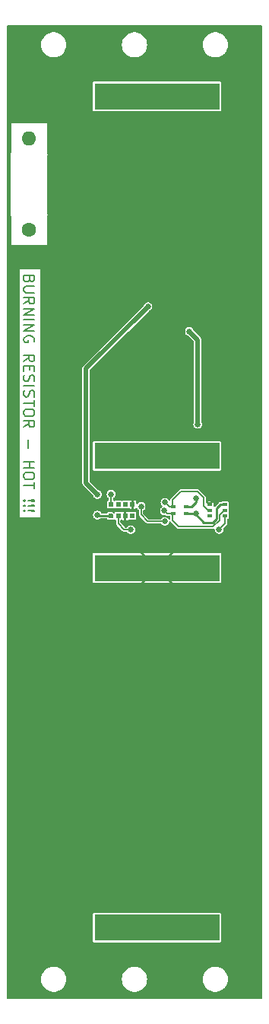
<source format=gbr>
%TF.GenerationSoftware,KiCad,Pcbnew,7.0.5*%
%TF.CreationDate,2023-06-06T16:58:07-04:00*%
%TF.ProjectId,SIDE,53494445-2e6b-4696-9361-645f70636258,rev?*%
%TF.SameCoordinates,Original*%
%TF.FileFunction,Copper,L1,Top*%
%TF.FilePolarity,Positive*%
%FSLAX46Y46*%
G04 Gerber Fmt 4.6, Leading zero omitted, Abs format (unit mm)*
G04 Created by KiCad (PCBNEW 7.0.5) date 2023-06-06 16:58:07*
%MOMM*%
%LPD*%
G01*
G04 APERTURE LIST*
G04 Aperture macros list*
%AMOutline5P*
0 Free polygon, 5 corners , with rotation*
0 The origin of the aperture is its center*
0 number of corners: always 5*
0 $1 to $10 corner X, Y*
0 $11 Rotation angle, in degrees counterclockwise*
0 create outline with 5 corners*
4,1,5,$1,$2,$3,$4,$5,$6,$7,$8,$9,$10,$1,$2,$11*%
%AMOutline6P*
0 Free polygon, 6 corners , with rotation*
0 The origin of the aperture is its center*
0 number of corners: always 6*
0 $1 to $12 corner X, Y*
0 $13 Rotation angle, in degrees counterclockwise*
0 create outline with 6 corners*
4,1,6,$1,$2,$3,$4,$5,$6,$7,$8,$9,$10,$11,$12,$1,$2,$13*%
%AMOutline7P*
0 Free polygon, 7 corners , with rotation*
0 The origin of the aperture is its center*
0 number of corners: always 7*
0 $1 to $14 corner X, Y*
0 $15 Rotation angle, in degrees counterclockwise*
0 create outline with 7 corners*
4,1,7,$1,$2,$3,$4,$5,$6,$7,$8,$9,$10,$11,$12,$13,$14,$1,$2,$15*%
%AMOutline8P*
0 Free polygon, 8 corners , with rotation*
0 The origin of the aperture is its center*
0 number of corners: always 8*
0 $1 to $16 corner X, Y*
0 $17 Rotation angle, in degrees counterclockwise*
0 create outline with 8 corners*
4,1,8,$1,$2,$3,$4,$5,$6,$7,$8,$9,$10,$11,$12,$13,$14,$15,$16,$1,$2,$17*%
G04 Aperture macros list end*
%ADD10C,0.200000*%
%TA.AperFunction,NonConductor*%
%ADD11C,0.200000*%
%TD*%
%TA.AperFunction,SMDPad,CuDef*%
%ADD12R,14.000000X3.000000*%
%TD*%
%TA.AperFunction,SMDPad,CuDef*%
%ADD13Outline5P,-0.287500X0.244000X0.287500X0.244000X0.287500X-0.067100X0.110600X-0.244000X-0.287500X-0.244000X90.000000*%
%TD*%
%TA.AperFunction,SMDPad,CuDef*%
%ADD14R,0.488000X0.575000*%
%TD*%
%TA.AperFunction,SMDPad,CuDef*%
%ADD15R,0.500000X0.300000*%
%TD*%
%TA.AperFunction,ComponentPad*%
%ADD16C,1.600000*%
%TD*%
%TA.AperFunction,ComponentPad*%
%ADD17O,1.600000X1.600000*%
%TD*%
%TA.AperFunction,SMDPad,CuDef*%
%ADD18R,0.550000X0.300000*%
%TD*%
%TA.AperFunction,ViaPad*%
%ADD19C,0.660400*%
%TD*%
%TA.AperFunction,Conductor*%
%ADD20C,0.254000*%
%TD*%
%TA.AperFunction,Conductor*%
%ADD21C,0.152400*%
%TD*%
%TA.AperFunction,Conductor*%
%ADD22C,0.508000*%
%TD*%
G04 APERTURE END LIST*
D10*
D11*
X140005828Y-69817292D02*
X139948685Y-69988720D01*
X139948685Y-69988720D02*
X139891542Y-70045863D01*
X139891542Y-70045863D02*
X139777257Y-70103006D01*
X139777257Y-70103006D02*
X139605828Y-70103006D01*
X139605828Y-70103006D02*
X139491542Y-70045863D01*
X139491542Y-70045863D02*
X139434400Y-69988720D01*
X139434400Y-69988720D02*
X139377257Y-69874435D01*
X139377257Y-69874435D02*
X139377257Y-69417292D01*
X139377257Y-69417292D02*
X140577257Y-69417292D01*
X140577257Y-69417292D02*
X140577257Y-69817292D01*
X140577257Y-69817292D02*
X140520114Y-69931578D01*
X140520114Y-69931578D02*
X140462971Y-69988720D01*
X140462971Y-69988720D02*
X140348685Y-70045863D01*
X140348685Y-70045863D02*
X140234400Y-70045863D01*
X140234400Y-70045863D02*
X140120114Y-69988720D01*
X140120114Y-69988720D02*
X140062971Y-69931578D01*
X140062971Y-69931578D02*
X140005828Y-69817292D01*
X140005828Y-69817292D02*
X140005828Y-69417292D01*
X140577257Y-70617292D02*
X139605828Y-70617292D01*
X139605828Y-70617292D02*
X139491542Y-70674435D01*
X139491542Y-70674435D02*
X139434400Y-70731578D01*
X139434400Y-70731578D02*
X139377257Y-70845863D01*
X139377257Y-70845863D02*
X139377257Y-71074435D01*
X139377257Y-71074435D02*
X139434400Y-71188720D01*
X139434400Y-71188720D02*
X139491542Y-71245863D01*
X139491542Y-71245863D02*
X139605828Y-71303006D01*
X139605828Y-71303006D02*
X140577257Y-71303006D01*
X139377257Y-72560149D02*
X139948685Y-72160149D01*
X139377257Y-71874435D02*
X140577257Y-71874435D01*
X140577257Y-71874435D02*
X140577257Y-72331578D01*
X140577257Y-72331578D02*
X140520114Y-72445863D01*
X140520114Y-72445863D02*
X140462971Y-72503006D01*
X140462971Y-72503006D02*
X140348685Y-72560149D01*
X140348685Y-72560149D02*
X140177257Y-72560149D01*
X140177257Y-72560149D02*
X140062971Y-72503006D01*
X140062971Y-72503006D02*
X140005828Y-72445863D01*
X140005828Y-72445863D02*
X139948685Y-72331578D01*
X139948685Y-72331578D02*
X139948685Y-71874435D01*
X139377257Y-73074435D02*
X140577257Y-73074435D01*
X140577257Y-73074435D02*
X139377257Y-73760149D01*
X139377257Y-73760149D02*
X140577257Y-73760149D01*
X139377257Y-74331578D02*
X140577257Y-74331578D01*
X139377257Y-74903007D02*
X140577257Y-74903007D01*
X140577257Y-74903007D02*
X139377257Y-75588721D01*
X139377257Y-75588721D02*
X140577257Y-75588721D01*
X140520114Y-76788721D02*
X140577257Y-76674436D01*
X140577257Y-76674436D02*
X140577257Y-76503007D01*
X140577257Y-76503007D02*
X140520114Y-76331578D01*
X140520114Y-76331578D02*
X140405828Y-76217293D01*
X140405828Y-76217293D02*
X140291542Y-76160150D01*
X140291542Y-76160150D02*
X140062971Y-76103007D01*
X140062971Y-76103007D02*
X139891542Y-76103007D01*
X139891542Y-76103007D02*
X139662971Y-76160150D01*
X139662971Y-76160150D02*
X139548685Y-76217293D01*
X139548685Y-76217293D02*
X139434400Y-76331578D01*
X139434400Y-76331578D02*
X139377257Y-76503007D01*
X139377257Y-76503007D02*
X139377257Y-76617293D01*
X139377257Y-76617293D02*
X139434400Y-76788721D01*
X139434400Y-76788721D02*
X139491542Y-76845864D01*
X139491542Y-76845864D02*
X139891542Y-76845864D01*
X139891542Y-76845864D02*
X139891542Y-76617293D01*
X139377257Y-78960150D02*
X139948685Y-78560150D01*
X139377257Y-78274436D02*
X140577257Y-78274436D01*
X140577257Y-78274436D02*
X140577257Y-78731579D01*
X140577257Y-78731579D02*
X140520114Y-78845864D01*
X140520114Y-78845864D02*
X140462971Y-78903007D01*
X140462971Y-78903007D02*
X140348685Y-78960150D01*
X140348685Y-78960150D02*
X140177257Y-78960150D01*
X140177257Y-78960150D02*
X140062971Y-78903007D01*
X140062971Y-78903007D02*
X140005828Y-78845864D01*
X140005828Y-78845864D02*
X139948685Y-78731579D01*
X139948685Y-78731579D02*
X139948685Y-78274436D01*
X140005828Y-79474436D02*
X140005828Y-79874436D01*
X139377257Y-80045864D02*
X139377257Y-79474436D01*
X139377257Y-79474436D02*
X140577257Y-79474436D01*
X140577257Y-79474436D02*
X140577257Y-80045864D01*
X139434400Y-80503007D02*
X139377257Y-80674436D01*
X139377257Y-80674436D02*
X139377257Y-80960150D01*
X139377257Y-80960150D02*
X139434400Y-81074436D01*
X139434400Y-81074436D02*
X139491542Y-81131578D01*
X139491542Y-81131578D02*
X139605828Y-81188721D01*
X139605828Y-81188721D02*
X139720114Y-81188721D01*
X139720114Y-81188721D02*
X139834400Y-81131578D01*
X139834400Y-81131578D02*
X139891542Y-81074436D01*
X139891542Y-81074436D02*
X139948685Y-80960150D01*
X139948685Y-80960150D02*
X140005828Y-80731578D01*
X140005828Y-80731578D02*
X140062971Y-80617293D01*
X140062971Y-80617293D02*
X140120114Y-80560150D01*
X140120114Y-80560150D02*
X140234400Y-80503007D01*
X140234400Y-80503007D02*
X140348685Y-80503007D01*
X140348685Y-80503007D02*
X140462971Y-80560150D01*
X140462971Y-80560150D02*
X140520114Y-80617293D01*
X140520114Y-80617293D02*
X140577257Y-80731578D01*
X140577257Y-80731578D02*
X140577257Y-81017293D01*
X140577257Y-81017293D02*
X140520114Y-81188721D01*
X139377257Y-81703007D02*
X140577257Y-81703007D01*
X139434400Y-82217293D02*
X139377257Y-82388722D01*
X139377257Y-82388722D02*
X139377257Y-82674436D01*
X139377257Y-82674436D02*
X139434400Y-82788722D01*
X139434400Y-82788722D02*
X139491542Y-82845864D01*
X139491542Y-82845864D02*
X139605828Y-82903007D01*
X139605828Y-82903007D02*
X139720114Y-82903007D01*
X139720114Y-82903007D02*
X139834400Y-82845864D01*
X139834400Y-82845864D02*
X139891542Y-82788722D01*
X139891542Y-82788722D02*
X139948685Y-82674436D01*
X139948685Y-82674436D02*
X140005828Y-82445864D01*
X140005828Y-82445864D02*
X140062971Y-82331579D01*
X140062971Y-82331579D02*
X140120114Y-82274436D01*
X140120114Y-82274436D02*
X140234400Y-82217293D01*
X140234400Y-82217293D02*
X140348685Y-82217293D01*
X140348685Y-82217293D02*
X140462971Y-82274436D01*
X140462971Y-82274436D02*
X140520114Y-82331579D01*
X140520114Y-82331579D02*
X140577257Y-82445864D01*
X140577257Y-82445864D02*
X140577257Y-82731579D01*
X140577257Y-82731579D02*
X140520114Y-82903007D01*
X140577257Y-83245864D02*
X140577257Y-83931579D01*
X139377257Y-83588721D02*
X140577257Y-83588721D01*
X140577257Y-84560150D02*
X140577257Y-84788722D01*
X140577257Y-84788722D02*
X140520114Y-84903007D01*
X140520114Y-84903007D02*
X140405828Y-85017293D01*
X140405828Y-85017293D02*
X140177257Y-85074436D01*
X140177257Y-85074436D02*
X139777257Y-85074436D01*
X139777257Y-85074436D02*
X139548685Y-85017293D01*
X139548685Y-85017293D02*
X139434400Y-84903007D01*
X139434400Y-84903007D02*
X139377257Y-84788722D01*
X139377257Y-84788722D02*
X139377257Y-84560150D01*
X139377257Y-84560150D02*
X139434400Y-84445865D01*
X139434400Y-84445865D02*
X139548685Y-84331579D01*
X139548685Y-84331579D02*
X139777257Y-84274436D01*
X139777257Y-84274436D02*
X140177257Y-84274436D01*
X140177257Y-84274436D02*
X140405828Y-84331579D01*
X140405828Y-84331579D02*
X140520114Y-84445865D01*
X140520114Y-84445865D02*
X140577257Y-84560150D01*
X139377257Y-86274436D02*
X139948685Y-85874436D01*
X139377257Y-85588722D02*
X140577257Y-85588722D01*
X140577257Y-85588722D02*
X140577257Y-86045865D01*
X140577257Y-86045865D02*
X140520114Y-86160150D01*
X140520114Y-86160150D02*
X140462971Y-86217293D01*
X140462971Y-86217293D02*
X140348685Y-86274436D01*
X140348685Y-86274436D02*
X140177257Y-86274436D01*
X140177257Y-86274436D02*
X140062971Y-86217293D01*
X140062971Y-86217293D02*
X140005828Y-86160150D01*
X140005828Y-86160150D02*
X139948685Y-86045865D01*
X139948685Y-86045865D02*
X139948685Y-85588722D01*
X139834400Y-87703008D02*
X139834400Y-88617294D01*
X139377257Y-90103008D02*
X140577257Y-90103008D01*
X140005828Y-90103008D02*
X140005828Y-90788722D01*
X139377257Y-90788722D02*
X140577257Y-90788722D01*
X140577257Y-91588722D02*
X140577257Y-91817294D01*
X140577257Y-91817294D02*
X140520114Y-91931579D01*
X140520114Y-91931579D02*
X140405828Y-92045865D01*
X140405828Y-92045865D02*
X140177257Y-92103008D01*
X140177257Y-92103008D02*
X139777257Y-92103008D01*
X139777257Y-92103008D02*
X139548685Y-92045865D01*
X139548685Y-92045865D02*
X139434400Y-91931579D01*
X139434400Y-91931579D02*
X139377257Y-91817294D01*
X139377257Y-91817294D02*
X139377257Y-91588722D01*
X139377257Y-91588722D02*
X139434400Y-91474437D01*
X139434400Y-91474437D02*
X139548685Y-91360151D01*
X139548685Y-91360151D02*
X139777257Y-91303008D01*
X139777257Y-91303008D02*
X140177257Y-91303008D01*
X140177257Y-91303008D02*
X140405828Y-91360151D01*
X140405828Y-91360151D02*
X140520114Y-91474437D01*
X140520114Y-91474437D02*
X140577257Y-91588722D01*
X140577257Y-92445865D02*
X140577257Y-93131580D01*
X139377257Y-92788722D02*
X140577257Y-92788722D01*
X139491542Y-94445866D02*
X139434400Y-94503009D01*
X139434400Y-94503009D02*
X139377257Y-94445866D01*
X139377257Y-94445866D02*
X139434400Y-94388723D01*
X139434400Y-94388723D02*
X139491542Y-94445866D01*
X139491542Y-94445866D02*
X139377257Y-94445866D01*
X139834400Y-94445866D02*
X140520114Y-94388723D01*
X140520114Y-94388723D02*
X140577257Y-94445866D01*
X140577257Y-94445866D02*
X140520114Y-94503009D01*
X140520114Y-94503009D02*
X139834400Y-94445866D01*
X139834400Y-94445866D02*
X140577257Y-94445866D01*
X139491542Y-95017295D02*
X139434400Y-95074438D01*
X139434400Y-95074438D02*
X139377257Y-95017295D01*
X139377257Y-95017295D02*
X139434400Y-94960152D01*
X139434400Y-94960152D02*
X139491542Y-95017295D01*
X139491542Y-95017295D02*
X139377257Y-95017295D01*
X139834400Y-95017295D02*
X140520114Y-94960152D01*
X140520114Y-94960152D02*
X140577257Y-95017295D01*
X140577257Y-95017295D02*
X140520114Y-95074438D01*
X140520114Y-95074438D02*
X139834400Y-95017295D01*
X139834400Y-95017295D02*
X140577257Y-95017295D01*
X139491542Y-95588724D02*
X139434400Y-95645867D01*
X139434400Y-95645867D02*
X139377257Y-95588724D01*
X139377257Y-95588724D02*
X139434400Y-95531581D01*
X139434400Y-95531581D02*
X139491542Y-95588724D01*
X139491542Y-95588724D02*
X139377257Y-95588724D01*
X139834400Y-95588724D02*
X140520114Y-95531581D01*
X140520114Y-95531581D02*
X140577257Y-95588724D01*
X140577257Y-95588724D02*
X140520114Y-95645867D01*
X140520114Y-95645867D02*
X139834400Y-95588724D01*
X139834400Y-95588724D02*
X140577257Y-95588724D01*
D12*
%TO.P,SC2,1,+*%
%TO.N,Net-(SC1--)*%
X154220000Y-141958022D03*
%TO.P,SC2,2,-*%
%TO.N,GND*%
X154220000Y-101958022D03*
%TD*%
D13*
%TO.P,U1,1,VDD*%
%TO.N,+1V8*%
X149102500Y-96161022D03*
D14*
%TO.P,U1,2,SCL*%
%TO.N,/SCL_1.8*%
X149902500Y-96161022D03*
%TO.P,U1,3,GND*%
%TO.N,GND*%
X150702500Y-96161022D03*
%TO.P,U1,4,LDR*%
%TO.N,unconnected-(U1-LDR-Pad4)*%
X151502500Y-96161022D03*
%TO.P,U1,5,PGND*%
%TO.N,GND*%
X151502500Y-94885022D03*
%TO.P,U1,6,GPIO*%
%TO.N,unconnected-(U1-GPIO-Pad6)*%
X150702500Y-94885022D03*
%TO.P,U1,7,INT*%
%TO.N,unconnected-(U1-INT-Pad7)*%
X149902500Y-94885022D03*
%TO.P,U1,8,SDA*%
%TO.N,/SDA_1.8*%
X149102500Y-94885022D03*
%TD*%
D12*
%TO.P,SC1,1,+*%
%TO.N,Net-(D1-A)*%
X154220000Y-49468022D03*
%TO.P,SC1,2,-*%
%TO.N,Net-(SC1--)*%
X154220000Y-89468022D03*
%TD*%
D15*
%TO.P,U3,1,SDA*%
%TO.N,/SDA*%
X156060000Y-95123022D03*
%TO.P,U3,2,SCL*%
%TO.N,/SCL*%
X156060000Y-95923022D03*
%TO.P,U3,3,VDD*%
%TO.N,+3V3*%
X157460000Y-95923022D03*
%TO.P,U3,4,VSS*%
%TO.N,GND*%
X157460000Y-95123022D03*
%TD*%
D16*
%TO.P,R6,1*%
%TO.N,/BR+*%
X139970000Y-64330000D03*
D17*
%TO.P,R6,2*%
%TO.N,/BR-*%
X139970000Y-54170000D03*
%TD*%
D18*
%TO.P,IC1,1,GND*%
%TO.N,GND*%
X160070000Y-94873022D03*
%TO.P,IC1,2,SDA*%
%TO.N,/SDA*%
X160070000Y-95523022D03*
%TO.P,IC1,3,INT*%
%TO.N,unconnected-(IC1-INT-Pad3)*%
X160070000Y-96173022D03*
%TO.P,IC1,4,ADDR*%
%TO.N,Net-(IC1-ADDR)*%
X161820000Y-96173022D03*
%TO.P,IC1,5,SCL*%
%TO.N,/SCL*%
X161820000Y-95523022D03*
%TO.P,IC1,6,VDD*%
%TO.N,+3V3*%
X161820000Y-94873022D03*
%TD*%
D19*
%TO.N,+3V3*%
X155100000Y-96758022D03*
X157840000Y-75628022D03*
X158580000Y-95920522D03*
X152460000Y-95098022D03*
X158760000Y-85948022D03*
%TO.N,GND*%
X159970000Y-124718022D03*
X144970000Y-74718022D03*
X164970000Y-64718022D03*
X155470000Y-91718022D03*
X164970000Y-89718022D03*
X156470000Y-82718022D03*
X164970000Y-74718022D03*
X164970000Y-99718022D03*
X159970000Y-109718022D03*
X164970000Y-139718022D03*
X155470000Y-83718022D03*
X159970000Y-119718022D03*
X155470000Y-85718022D03*
X164970000Y-104718022D03*
X164970000Y-84718022D03*
X154470000Y-86718022D03*
X154720000Y-59718022D03*
X164970000Y-79718022D03*
X164970000Y-69718022D03*
X154970000Y-114718022D03*
X159970000Y-54718022D03*
X164970000Y-59718022D03*
X157470000Y-81718022D03*
X164970000Y-94718022D03*
X154970000Y-129718022D03*
X144970000Y-79718022D03*
X153470000Y-86718022D03*
X159970000Y-84718022D03*
X149970000Y-119718022D03*
X164970000Y-54718022D03*
X159970000Y-79718022D03*
X154470000Y-84718022D03*
X164970000Y-124718022D03*
X164970000Y-129718022D03*
X155470000Y-84718022D03*
X159970000Y-134718022D03*
X149970000Y-114718022D03*
X164970000Y-114718022D03*
X159970000Y-59718022D03*
X158580000Y-94198022D03*
X156220000Y-65000000D03*
X159970000Y-74718022D03*
X154720000Y-54718022D03*
X154470000Y-85718022D03*
X159720000Y-69500000D03*
X154970000Y-124718022D03*
X149970000Y-109718022D03*
X152470000Y-86718022D03*
X153470000Y-85718022D03*
X159970000Y-114718022D03*
X156470000Y-83718022D03*
X154970000Y-119718022D03*
X154970000Y-109718022D03*
X164970000Y-109718022D03*
X164970000Y-134718022D03*
X164970000Y-119718022D03*
X149970000Y-124718022D03*
X157470000Y-82718022D03*
X155470000Y-86718022D03*
X149970000Y-104718022D03*
X154970000Y-104718022D03*
X144970000Y-84718022D03*
%TO.N,/SDA_1.8*%
X149100000Y-93740522D03*
%TO.N,/SCL_1.8*%
X151307500Y-97688022D03*
%TO.N,+1V8*%
X147587500Y-96048022D03*
X147587500Y-93758022D03*
X153220000Y-72858022D03*
%TO.N,/SDA*%
X155120000Y-94648022D03*
%TO.N,/SCL*%
X155050000Y-95578022D03*
%TO.N,Net-(D1-A)*%
X155220000Y-49968022D03*
X159220000Y-49968022D03*
X151220000Y-49968022D03*
X160220000Y-48968022D03*
X150220000Y-48968022D03*
X154220000Y-48968022D03*
X158220000Y-48968022D03*
X152220000Y-48968022D03*
X153220000Y-49968022D03*
X156220000Y-48968022D03*
X149220000Y-49968022D03*
X157220000Y-49968022D03*
X148220000Y-48968022D03*
%TO.N,Net-(SC1--)*%
X159220000Y-142468022D03*
X157220000Y-142468022D03*
X158220000Y-141468022D03*
X153220000Y-142468022D03*
X160720000Y-88468022D03*
X159720000Y-89468022D03*
X151220000Y-142468022D03*
X155220000Y-142468022D03*
X148220000Y-141468022D03*
X152220000Y-141468022D03*
X159720000Y-88468022D03*
X160720000Y-90468022D03*
X159720000Y-90468022D03*
X154220000Y-141468022D03*
X149220000Y-142468022D03*
X160720000Y-89468022D03*
X150220000Y-141468022D03*
X156220000Y-141468022D03*
X160220000Y-141468022D03*
%TO.N,Net-(IC1-ADDR)*%
X161150000Y-97688022D03*
%TD*%
D20*
%TO.N,+3V3*%
X159460000Y-96878022D02*
X160400000Y-96878022D01*
D21*
X152460000Y-95098022D02*
X152460000Y-96018022D01*
D20*
X160834400Y-95329622D02*
X161291000Y-94873022D01*
X160400000Y-96878022D02*
X160834400Y-96443622D01*
X161291000Y-94873022D02*
X161820000Y-94873022D01*
X158580000Y-95920522D02*
X158580000Y-95998022D01*
D21*
X153200000Y-96758022D02*
X152460000Y-96018022D01*
D20*
X158577500Y-95923022D02*
X158580000Y-95920522D01*
X160834400Y-96443622D02*
X160834400Y-95329622D01*
D21*
X155100000Y-96758022D02*
X153200000Y-96758022D01*
D22*
X158760000Y-76548022D02*
X158760000Y-85948022D01*
D20*
X158580000Y-95998022D02*
X159460000Y-96878022D01*
X157460000Y-95923022D02*
X158577500Y-95923022D01*
D22*
X157840000Y-75628022D02*
X158760000Y-76548022D01*
D20*
%TO.N,GND*%
X158580000Y-94620000D02*
X158580000Y-94198022D01*
X158076978Y-95123022D02*
X158580000Y-94620000D01*
X157460000Y-95123022D02*
X158076978Y-95123022D01*
D21*
%TO.N,/SDA_1.8*%
X149102500Y-94885022D02*
X149102500Y-93743022D01*
X149102500Y-93743022D02*
X149100000Y-93740522D01*
%TO.N,/SCL_1.8*%
X149902500Y-96161022D02*
X149902500Y-97020522D01*
X150570000Y-97688022D02*
X151307500Y-97688022D01*
X149902500Y-97020522D02*
X150570000Y-97688022D01*
D22*
%TO.N,+1V8*%
X146320000Y-92490522D02*
X146320000Y-79758022D01*
D20*
X147700500Y-96161022D02*
X147587500Y-96048022D01*
D22*
X147587500Y-93758022D02*
X146320000Y-92490522D01*
D20*
X149102500Y-96161022D02*
X147700500Y-96161022D01*
D22*
X146320000Y-79758022D02*
X153220000Y-72858022D01*
D21*
%TO.N,/SDA*%
X156880000Y-93438022D02*
X158740000Y-93438022D01*
X156060000Y-95123022D02*
X155595000Y-95123022D01*
X155933800Y-94384222D02*
X156880000Y-93438022D01*
X155933800Y-95004586D02*
X155933800Y-94384222D01*
X159915000Y-95523022D02*
X160070000Y-95523022D01*
X156060000Y-95123022D02*
X156052236Y-95123022D01*
X158740000Y-93438022D02*
X159410000Y-94108022D01*
X159410000Y-95018022D02*
X159915000Y-95523022D01*
X159410000Y-94108022D02*
X159410000Y-95018022D01*
X156052236Y-95123022D02*
X155933800Y-95004586D01*
X155595000Y-95123022D02*
X155120000Y-94648022D01*
%TO.N,/SCL*%
X161695000Y-95523022D02*
X161190000Y-96028022D01*
X160460000Y-97358022D02*
X156640000Y-97358022D01*
X156640000Y-97358022D02*
X155920000Y-96638022D01*
X155395000Y-95923022D02*
X155050000Y-95578022D01*
X155920000Y-96638022D02*
X155920000Y-96055258D01*
X161820000Y-95523022D02*
X161695000Y-95523022D01*
X156060000Y-95923022D02*
X155395000Y-95923022D01*
X161190000Y-96028022D02*
X161190000Y-96628022D01*
X155920000Y-96055258D02*
X156052236Y-95923022D01*
X161190000Y-96628022D02*
X160460000Y-97358022D01*
X156052236Y-95923022D02*
X156060000Y-95923022D01*
%TO.N,Net-(IC1-ADDR)*%
X161820000Y-97018022D02*
X161150000Y-97688022D01*
X161820000Y-96173022D02*
X161820000Y-97018022D01*
%TD*%
%TA.AperFunction,Conductor*%
%TO.N,GND*%
G36*
X165885569Y-41542401D02*
G01*
X165913461Y-41590711D01*
X165914700Y-41604872D01*
X165914700Y-149831172D01*
X165895621Y-149883591D01*
X165847311Y-149911483D01*
X165833150Y-149912722D01*
X137606850Y-149912722D01*
X137554431Y-149893643D01*
X137526539Y-149845333D01*
X137525300Y-149831172D01*
X137525300Y-147718028D01*
X141309884Y-147718028D01*
X141329115Y-147950116D01*
X141386287Y-148175882D01*
X141386289Y-148175888D01*
X141479840Y-148389163D01*
X141607224Y-148584139D01*
X141764949Y-148755473D01*
X141764954Y-148755478D01*
X141948740Y-148898524D01*
X141948742Y-148898525D01*
X141948746Y-148898528D01*
X142153559Y-149009367D01*
X142153563Y-149009369D01*
X142153570Y-149009371D01*
X142153569Y-149009371D01*
X142373833Y-149084988D01*
X142373835Y-149084988D01*
X142373837Y-149084989D01*
X142603554Y-149123322D01*
X142603559Y-149123322D01*
X142836441Y-149123322D01*
X142836446Y-149123322D01*
X143066163Y-149084989D01*
X143286437Y-149009369D01*
X143491260Y-148898524D01*
X143675046Y-148755478D01*
X143759475Y-148663763D01*
X143832775Y-148584139D01*
X143832776Y-148584137D01*
X143832780Y-148584133D01*
X143960160Y-148389163D01*
X144053712Y-148175886D01*
X144110884Y-147950119D01*
X144130116Y-147718028D01*
X150309884Y-147718028D01*
X150329115Y-147950116D01*
X150386287Y-148175882D01*
X150386289Y-148175888D01*
X150479840Y-148389163D01*
X150607224Y-148584139D01*
X150764949Y-148755473D01*
X150764954Y-148755478D01*
X150948740Y-148898524D01*
X150948742Y-148898525D01*
X150948746Y-148898528D01*
X151153559Y-149009367D01*
X151153563Y-149009369D01*
X151153570Y-149009371D01*
X151153569Y-149009371D01*
X151373833Y-149084988D01*
X151373835Y-149084988D01*
X151373837Y-149084989D01*
X151603554Y-149123322D01*
X151603559Y-149123322D01*
X151836441Y-149123322D01*
X151836446Y-149123322D01*
X152066163Y-149084989D01*
X152286437Y-149009369D01*
X152491260Y-148898524D01*
X152675046Y-148755478D01*
X152759475Y-148663763D01*
X152832775Y-148584139D01*
X152832776Y-148584137D01*
X152832780Y-148584133D01*
X152960160Y-148389163D01*
X153053712Y-148175886D01*
X153110884Y-147950119D01*
X153130116Y-147718028D01*
X159309884Y-147718028D01*
X159329115Y-147950116D01*
X159386287Y-148175882D01*
X159386289Y-148175888D01*
X159479840Y-148389163D01*
X159607224Y-148584139D01*
X159764949Y-148755473D01*
X159764954Y-148755478D01*
X159948740Y-148898524D01*
X159948742Y-148898525D01*
X159948746Y-148898528D01*
X160153559Y-149009367D01*
X160153563Y-149009369D01*
X160153570Y-149009371D01*
X160153569Y-149009371D01*
X160373833Y-149084988D01*
X160373835Y-149084988D01*
X160373837Y-149084989D01*
X160603554Y-149123322D01*
X160603559Y-149123322D01*
X160836441Y-149123322D01*
X160836446Y-149123322D01*
X161066163Y-149084989D01*
X161286437Y-149009369D01*
X161491260Y-148898524D01*
X161675046Y-148755478D01*
X161759475Y-148663763D01*
X161832775Y-148584139D01*
X161832776Y-148584137D01*
X161832780Y-148584133D01*
X161960160Y-148389163D01*
X162053712Y-148175886D01*
X162110884Y-147950119D01*
X162130116Y-147718022D01*
X162130116Y-147718015D01*
X162110884Y-147485927D01*
X162110884Y-147485925D01*
X162053712Y-147260158D01*
X161960160Y-147046881D01*
X161832780Y-146851911D01*
X161832778Y-146851909D01*
X161832775Y-146851904D01*
X161675050Y-146680570D01*
X161675047Y-146680567D01*
X161675046Y-146680566D01*
X161491260Y-146537520D01*
X161491258Y-146537518D01*
X161491253Y-146537515D01*
X161286440Y-146426676D01*
X161286430Y-146426672D01*
X161066166Y-146351055D01*
X160836448Y-146312722D01*
X160836446Y-146312722D01*
X160603554Y-146312722D01*
X160603551Y-146312722D01*
X160373833Y-146351055D01*
X160153569Y-146426672D01*
X160153559Y-146426676D01*
X159948746Y-146537515D01*
X159764952Y-146680567D01*
X159764949Y-146680570D01*
X159607224Y-146851904D01*
X159479840Y-147046880D01*
X159386289Y-147260155D01*
X159386287Y-147260161D01*
X159329115Y-147485927D01*
X159309884Y-147718015D01*
X159309884Y-147718028D01*
X153130116Y-147718028D01*
X153130116Y-147718022D01*
X153130116Y-147718015D01*
X153110884Y-147485927D01*
X153110884Y-147485925D01*
X153053712Y-147260158D01*
X152960160Y-147046881D01*
X152832780Y-146851911D01*
X152832778Y-146851909D01*
X152832775Y-146851904D01*
X152675050Y-146680570D01*
X152675047Y-146680567D01*
X152675046Y-146680566D01*
X152491260Y-146537520D01*
X152491258Y-146537518D01*
X152491253Y-146537515D01*
X152286440Y-146426676D01*
X152286430Y-146426672D01*
X152066166Y-146351055D01*
X151836448Y-146312722D01*
X151836446Y-146312722D01*
X151603554Y-146312722D01*
X151603551Y-146312722D01*
X151373833Y-146351055D01*
X151153569Y-146426672D01*
X151153559Y-146426676D01*
X150948746Y-146537515D01*
X150764952Y-146680567D01*
X150764949Y-146680570D01*
X150607224Y-146851904D01*
X150479840Y-147046880D01*
X150386289Y-147260155D01*
X150386287Y-147260161D01*
X150329115Y-147485927D01*
X150309884Y-147718015D01*
X150309884Y-147718028D01*
X144130116Y-147718028D01*
X144130116Y-147718022D01*
X144130116Y-147718015D01*
X144110884Y-147485927D01*
X144110884Y-147485925D01*
X144053712Y-147260158D01*
X143960160Y-147046881D01*
X143832780Y-146851911D01*
X143832778Y-146851909D01*
X143832775Y-146851904D01*
X143675050Y-146680570D01*
X143675047Y-146680567D01*
X143675046Y-146680566D01*
X143491260Y-146537520D01*
X143491258Y-146537518D01*
X143491253Y-146537515D01*
X143286440Y-146426676D01*
X143286430Y-146426672D01*
X143066166Y-146351055D01*
X142836448Y-146312722D01*
X142836446Y-146312722D01*
X142603554Y-146312722D01*
X142603551Y-146312722D01*
X142373833Y-146351055D01*
X142153569Y-146426672D01*
X142153559Y-146426676D01*
X141948746Y-146537515D01*
X141764952Y-146680567D01*
X141764949Y-146680570D01*
X141607224Y-146851904D01*
X141479840Y-147046880D01*
X141386289Y-147260155D01*
X141386287Y-147260161D01*
X141329115Y-147485927D01*
X141309884Y-147718015D01*
X141309884Y-147718028D01*
X137525300Y-147718028D01*
X137525300Y-143473074D01*
X147067100Y-143473074D01*
X147067101Y-143473084D01*
X147075971Y-143517677D01*
X147075972Y-143517680D01*
X147109766Y-143568256D01*
X147109769Y-143568258D01*
X147160340Y-143602049D01*
X147160342Y-143602050D01*
X147204943Y-143610922D01*
X161235056Y-143610921D01*
X161235060Y-143610920D01*
X161235062Y-143610920D01*
X161245975Y-143608749D01*
X161279658Y-143602050D01*
X161330234Y-143568256D01*
X161364028Y-143517680D01*
X161372900Y-143473079D01*
X161372899Y-140442966D01*
X161364028Y-140398364D01*
X161330234Y-140347788D01*
X161330230Y-140347785D01*
X161279659Y-140313994D01*
X161235058Y-140305122D01*
X147204947Y-140305122D01*
X147204937Y-140305123D01*
X147160344Y-140313993D01*
X147160338Y-140313996D01*
X147109769Y-140347785D01*
X147109763Y-140347791D01*
X147075972Y-140398362D01*
X147067100Y-140442962D01*
X147067100Y-143473074D01*
X137525300Y-143473074D01*
X137525300Y-103475528D01*
X147042200Y-103475528D01*
X147042201Y-103475533D01*
X147052516Y-103527396D01*
X147091813Y-103586206D01*
X147091817Y-103586210D01*
X147150625Y-103625505D01*
X147150627Y-103625506D01*
X147202487Y-103635821D01*
X152362593Y-103635821D01*
X152721806Y-103635821D01*
X155718193Y-103635821D01*
X154219999Y-102137627D01*
X152721806Y-103635821D01*
X152362593Y-103635821D01*
X154040393Y-101958021D01*
X154399605Y-101958021D01*
X156077405Y-103635821D01*
X161237506Y-103635821D01*
X161237511Y-103635820D01*
X161289374Y-103625505D01*
X161348184Y-103586208D01*
X161348188Y-103586204D01*
X161387483Y-103527396D01*
X161387484Y-103527394D01*
X161397799Y-103475537D01*
X161397799Y-100440515D01*
X161397798Y-100440510D01*
X161387483Y-100388647D01*
X161348186Y-100329837D01*
X161348182Y-100329833D01*
X161289374Y-100290538D01*
X161289372Y-100290537D01*
X161237515Y-100280222D01*
X156077405Y-100280222D01*
X154399605Y-101958021D01*
X154040393Y-101958021D01*
X152362594Y-100280222D01*
X152721806Y-100280222D01*
X154219999Y-101778415D01*
X155718193Y-100280222D01*
X152721806Y-100280222D01*
X152362594Y-100280222D01*
X147202493Y-100280222D01*
X147202488Y-100280223D01*
X147150625Y-100290538D01*
X147091815Y-100329835D01*
X147091811Y-100329839D01*
X147052516Y-100388647D01*
X147052515Y-100388649D01*
X147042200Y-100440506D01*
X147042200Y-103475528D01*
X137525300Y-103475528D01*
X137525300Y-68675671D01*
X138895671Y-68675671D01*
X138895671Y-96327190D01*
X138895672Y-96327190D01*
X141244328Y-96327190D01*
X141244329Y-96327190D01*
X141244329Y-96048022D01*
X147099432Y-96048022D01*
X147119201Y-96185525D01*
X147119203Y-96185530D01*
X147166630Y-96289379D01*
X147176911Y-96311891D01*
X147267883Y-96416879D01*
X147284421Y-96427507D01*
X147384743Y-96491981D01*
X147384745Y-96491982D01*
X147384746Y-96491982D01*
X147384749Y-96491984D01*
X147518041Y-96531122D01*
X147518042Y-96531122D01*
X147656958Y-96531122D01*
X147656959Y-96531122D01*
X147790251Y-96491984D01*
X147849561Y-96453867D01*
X147893650Y-96440922D01*
X148634168Y-96440922D01*
X148686587Y-96460001D01*
X148710850Y-96500988D01*
X148711400Y-96500761D01*
X148712994Y-96504610D01*
X148714150Y-96506563D01*
X148714472Y-96508180D01*
X148714473Y-96508181D01*
X148714474Y-96508183D01*
X148745737Y-96554972D01*
X148748266Y-96558756D01*
X148748269Y-96558758D01*
X148798840Y-96592549D01*
X148798842Y-96592550D01*
X148843443Y-96601422D01*
X149361556Y-96601421D01*
X149361560Y-96601420D01*
X149361562Y-96601420D01*
X149372475Y-96599249D01*
X149406158Y-96592550D01*
X149456734Y-96558756D01*
X149456735Y-96558753D01*
X149457191Y-96558449D01*
X149511376Y-96545190D01*
X149547806Y-96558449D01*
X149598840Y-96592549D01*
X149598842Y-96592550D01*
X149607235Y-96594219D01*
X149607760Y-96594324D01*
X149655450Y-96623263D01*
X149673400Y-96674307D01*
X149673400Y-97013468D01*
X149673344Y-97015602D01*
X149671165Y-97057157D01*
X149671166Y-97057162D01*
X149679854Y-97079795D01*
X149683488Y-97092062D01*
X149688531Y-97115787D01*
X149693113Y-97122094D01*
X149703270Y-97140799D01*
X149706067Y-97148084D01*
X149706068Y-97148086D01*
X149723219Y-97165238D01*
X149731524Y-97174961D01*
X149745778Y-97194580D01*
X149752526Y-97198476D01*
X149769418Y-97211436D01*
X150403012Y-97845031D01*
X150404482Y-97846580D01*
X150432330Y-97877508D01*
X150454483Y-97887371D01*
X150465718Y-97893471D01*
X150486064Y-97906684D01*
X150493762Y-97907903D01*
X150514177Y-97913949D01*
X150521303Y-97917122D01*
X150545553Y-97917122D01*
X150558308Y-97918125D01*
X150582259Y-97921919D01*
X150589792Y-97919900D01*
X150610897Y-97917122D01*
X150830037Y-97917122D01*
X150882456Y-97936201D01*
X150892692Y-97947829D01*
X150893092Y-97947483D01*
X150896910Y-97951889D01*
X150896911Y-97951891D01*
X150987883Y-98056879D01*
X150987885Y-98056880D01*
X151104743Y-98131981D01*
X151104745Y-98131982D01*
X151104746Y-98131982D01*
X151104749Y-98131984D01*
X151238041Y-98171122D01*
X151238042Y-98171122D01*
X151376958Y-98171122D01*
X151376959Y-98171122D01*
X151510251Y-98131984D01*
X151627117Y-98056879D01*
X151718089Y-97951891D01*
X151775798Y-97825527D01*
X151795568Y-97688022D01*
X151775798Y-97550517D01*
X151718089Y-97424153D01*
X151627117Y-97319165D01*
X151627114Y-97319163D01*
X151510256Y-97244062D01*
X151510254Y-97244061D01*
X151500245Y-97241122D01*
X151376959Y-97204922D01*
X151238041Y-97204922D01*
X151154433Y-97229471D01*
X151104745Y-97244061D01*
X151104743Y-97244062D01*
X150987885Y-97319163D01*
X150987883Y-97319164D01*
X150987883Y-97319165D01*
X150896911Y-97424153D01*
X150896910Y-97424154D01*
X150893092Y-97428561D01*
X150891321Y-97427027D01*
X150854263Y-97455240D01*
X150830037Y-97458922D01*
X150698676Y-97458922D01*
X150646257Y-97439843D01*
X150641011Y-97435036D01*
X150155485Y-96949509D01*
X150131910Y-96898952D01*
X150131600Y-96891845D01*
X150131600Y-96674306D01*
X150150679Y-96621887D01*
X150197240Y-96594323D01*
X150206158Y-96592550D01*
X150234784Y-96573422D01*
X150288967Y-96560164D01*
X150325397Y-96573423D01*
X150389124Y-96616005D01*
X150389127Y-96616006D01*
X150440987Y-96626321D01*
X150575500Y-96626321D01*
X150575500Y-95695723D01*
X150575499Y-95695722D01*
X150829500Y-95695722D01*
X150829500Y-96626320D01*
X150829501Y-96626321D01*
X150964006Y-96626321D01*
X150964011Y-96626320D01*
X151015875Y-96616005D01*
X151015877Y-96616004D01*
X151079601Y-96573424D01*
X151133785Y-96560164D01*
X151170216Y-96573422D01*
X151198842Y-96592550D01*
X151243443Y-96601422D01*
X151761556Y-96601421D01*
X151761560Y-96601420D01*
X151761562Y-96601420D01*
X151772475Y-96599249D01*
X151806158Y-96592550D01*
X151856734Y-96558756D01*
X151890528Y-96508180D01*
X151899400Y-96463579D01*
X151899399Y-95858466D01*
X151890528Y-95813864D01*
X151856734Y-95763288D01*
X151856730Y-95763285D01*
X151806159Y-95729494D01*
X151761558Y-95720622D01*
X151243447Y-95720622D01*
X151243437Y-95720623D01*
X151198844Y-95729493D01*
X151198836Y-95729497D01*
X151170214Y-95748621D01*
X151116029Y-95761879D01*
X151079602Y-95748620D01*
X151015875Y-95706038D01*
X151015872Y-95706037D01*
X150964015Y-95695722D01*
X150829500Y-95695722D01*
X150575499Y-95695722D01*
X150440993Y-95695722D01*
X150440988Y-95695723D01*
X150389124Y-95706038D01*
X150389123Y-95706038D01*
X150325397Y-95748620D01*
X150271212Y-95761879D01*
X150234783Y-95748620D01*
X150206159Y-95729494D01*
X150161558Y-95720622D01*
X149643447Y-95720622D01*
X149643437Y-95720623D01*
X149598844Y-95729493D01*
X149598838Y-95729496D01*
X149548269Y-95763285D01*
X149548263Y-95763291D01*
X149514472Y-95813861D01*
X149512996Y-95821284D01*
X149484055Y-95868973D01*
X149431232Y-95886903D01*
X149379242Y-95866683D01*
X149375349Y-95863037D01*
X149267070Y-95754759D01*
X149257882Y-95748620D01*
X149229258Y-95729494D01*
X149229253Y-95729493D01*
X149184658Y-95720622D01*
X148843447Y-95720622D01*
X148843437Y-95720623D01*
X148798844Y-95729493D01*
X148798838Y-95729496D01*
X148748269Y-95763285D01*
X148748263Y-95763291D01*
X148714472Y-95813862D01*
X148714150Y-95815483D01*
X148713050Y-95817295D01*
X148711399Y-95821282D01*
X148710785Y-95821027D01*
X148685210Y-95863172D01*
X148634167Y-95881122D01*
X148094782Y-95881122D01*
X148042363Y-95862043D01*
X148020602Y-95833449D01*
X148015046Y-95821284D01*
X147998089Y-95784153D01*
X147907117Y-95679165D01*
X147881634Y-95662788D01*
X147790256Y-95604062D01*
X147790254Y-95604061D01*
X147779036Y-95600767D01*
X147656959Y-95564922D01*
X147518041Y-95564922D01*
X147473423Y-95578023D01*
X147384745Y-95604061D01*
X147384743Y-95604062D01*
X147267885Y-95679163D01*
X147267883Y-95679164D01*
X147267883Y-95679165D01*
X147202382Y-95754758D01*
X147176911Y-95784153D01*
X147176909Y-95784156D01*
X147119203Y-95910513D01*
X147119201Y-95910518D01*
X147099432Y-96048022D01*
X141244329Y-96048022D01*
X141244329Y-92554968D01*
X145913100Y-92554968D01*
X145921134Y-92579695D01*
X145924121Y-92592135D01*
X145928190Y-92617827D01*
X145939995Y-92640994D01*
X145944892Y-92652817D01*
X145952929Y-92677553D01*
X145952930Y-92677554D01*
X145968215Y-92698591D01*
X145974900Y-92709499D01*
X145986708Y-92732673D01*
X146009633Y-92755598D01*
X146009634Y-92755599D01*
X147094911Y-93840876D01*
X147117966Y-93886933D01*
X147119202Y-93895527D01*
X147172739Y-94012757D01*
X147176911Y-94021891D01*
X147267883Y-94126879D01*
X147267885Y-94126880D01*
X147384743Y-94201981D01*
X147384745Y-94201982D01*
X147384746Y-94201982D01*
X147384749Y-94201984D01*
X147518041Y-94241122D01*
X147518042Y-94241122D01*
X147656958Y-94241122D01*
X147656959Y-94241122D01*
X147790251Y-94201984D01*
X147907117Y-94126879D01*
X147998089Y-94021891D01*
X148055798Y-93895527D01*
X148075568Y-93758022D01*
X148073052Y-93740521D01*
X148611932Y-93740521D01*
X148631701Y-93878025D01*
X148631703Y-93878030D01*
X148678481Y-93980458D01*
X148689411Y-94004391D01*
X148780383Y-94109379D01*
X148835939Y-94145082D01*
X148869722Y-94189471D01*
X148873400Y-94213686D01*
X148873400Y-94371737D01*
X148854321Y-94424156D01*
X148807762Y-94451719D01*
X148798847Y-94453493D01*
X148798842Y-94453494D01*
X148798838Y-94453496D01*
X148748269Y-94487285D01*
X148748263Y-94487291D01*
X148714472Y-94537862D01*
X148705600Y-94582462D01*
X148705600Y-95187574D01*
X148705601Y-95187584D01*
X148714471Y-95232177D01*
X148714474Y-95232183D01*
X148734708Y-95262466D01*
X148748266Y-95282756D01*
X148748269Y-95282758D01*
X148798840Y-95316549D01*
X148798842Y-95316550D01*
X148843443Y-95325422D01*
X149361556Y-95325421D01*
X149361560Y-95325420D01*
X149361562Y-95325420D01*
X149372475Y-95323249D01*
X149406158Y-95316550D01*
X149456734Y-95282756D01*
X149456735Y-95282753D01*
X149457191Y-95282449D01*
X149511376Y-95269190D01*
X149547806Y-95282449D01*
X149598840Y-95316549D01*
X149598842Y-95316550D01*
X149643443Y-95325422D01*
X150161556Y-95325421D01*
X150161560Y-95325420D01*
X150161562Y-95325420D01*
X150172475Y-95323249D01*
X150206158Y-95316550D01*
X150256734Y-95282756D01*
X150256735Y-95282753D01*
X150257191Y-95282449D01*
X150311376Y-95269190D01*
X150347806Y-95282449D01*
X150398840Y-95316549D01*
X150398842Y-95316550D01*
X150443443Y-95325422D01*
X150961556Y-95325421D01*
X150961560Y-95325420D01*
X150961562Y-95325420D01*
X150972475Y-95323249D01*
X151006158Y-95316550D01*
X151034784Y-95297422D01*
X151088967Y-95284164D01*
X151125397Y-95297423D01*
X151189124Y-95340005D01*
X151189127Y-95340006D01*
X151240987Y-95350321D01*
X151375500Y-95350321D01*
X151375500Y-95350319D01*
X151629500Y-95350319D01*
X151629501Y-95350321D01*
X151764006Y-95350321D01*
X151764011Y-95350320D01*
X151815874Y-95340005D01*
X151874684Y-95300708D01*
X151874687Y-95300705D01*
X151880635Y-95291804D01*
X151925621Y-95258818D01*
X151981285Y-95262466D01*
X152021582Y-95301041D01*
X152022622Y-95303232D01*
X152049410Y-95361890D01*
X152049411Y-95361891D01*
X152140383Y-95466879D01*
X152193439Y-95500975D01*
X152227222Y-95545364D01*
X152230900Y-95569579D01*
X152230900Y-96010968D01*
X152230844Y-96013102D01*
X152228665Y-96054657D01*
X152228666Y-96054662D01*
X152237354Y-96077295D01*
X152240988Y-96089562D01*
X152246031Y-96113287D01*
X152250613Y-96119594D01*
X152260770Y-96138299D01*
X152263567Y-96145584D01*
X152263568Y-96145586D01*
X152280719Y-96162738D01*
X152289024Y-96172461D01*
X152303278Y-96192080D01*
X152310026Y-96195976D01*
X152326918Y-96208936D01*
X153033021Y-96915041D01*
X153034491Y-96916590D01*
X153061881Y-96947010D01*
X153062330Y-96947508D01*
X153084484Y-96957372D01*
X153095721Y-96963473D01*
X153116064Y-96976683D01*
X153123763Y-96977902D01*
X153144171Y-96983947D01*
X153147127Y-96985263D01*
X153151303Y-96987122D01*
X153175553Y-96987122D01*
X153188310Y-96988125D01*
X153212258Y-96991919D01*
X153219791Y-96989900D01*
X153240896Y-96987122D01*
X154622537Y-96987122D01*
X154674956Y-97006201D01*
X154685192Y-97017829D01*
X154685592Y-97017483D01*
X154689410Y-97021889D01*
X154689411Y-97021891D01*
X154780383Y-97126879D01*
X154790748Y-97133540D01*
X154897243Y-97201981D01*
X154897245Y-97201982D01*
X154897246Y-97201982D01*
X154897249Y-97201984D01*
X155030541Y-97241122D01*
X155030542Y-97241122D01*
X155169458Y-97241122D01*
X155169459Y-97241122D01*
X155302751Y-97201984D01*
X155314274Y-97194579D01*
X155344792Y-97174966D01*
X155419617Y-97126879D01*
X155510589Y-97021891D01*
X155568298Y-96895527D01*
X155580965Y-96807423D01*
X155607308Y-96758255D01*
X155659096Y-96737522D01*
X155712094Y-96754928D01*
X155719350Y-96761368D01*
X155740719Y-96782738D01*
X155749024Y-96792461D01*
X155763278Y-96812080D01*
X155770026Y-96815976D01*
X155786917Y-96828935D01*
X156132947Y-97174966D01*
X156473022Y-97515041D01*
X156474491Y-97516590D01*
X156502330Y-97547508D01*
X156509091Y-97550518D01*
X156524478Y-97557369D01*
X156535725Y-97563476D01*
X156544980Y-97569486D01*
X156556064Y-97576684D01*
X156563762Y-97577903D01*
X156584177Y-97583949D01*
X156591303Y-97587122D01*
X156615553Y-97587122D01*
X156628308Y-97588125D01*
X156652259Y-97591919D01*
X156659792Y-97589900D01*
X156680897Y-97587122D01*
X160452948Y-97587122D01*
X160455077Y-97587177D01*
X160473169Y-97588126D01*
X160496637Y-97589356D01*
X160496637Y-97589355D01*
X160496639Y-97589356D01*
X160519285Y-97580662D01*
X160531528Y-97577035D01*
X160555265Y-97571991D01*
X160555266Y-97571989D01*
X160563652Y-97570208D01*
X160564147Y-97572541D01*
X160607785Y-97569486D01*
X160652918Y-97602270D01*
X160666418Y-97656396D01*
X160666034Y-97659482D01*
X160661932Y-97688018D01*
X160661932Y-97688021D01*
X160681701Y-97825525D01*
X160681703Y-97825530D01*
X160737398Y-97947483D01*
X160739411Y-97951891D01*
X160830383Y-98056879D01*
X160830385Y-98056880D01*
X160947243Y-98131981D01*
X160947245Y-98131982D01*
X160947246Y-98131982D01*
X160947249Y-98131984D01*
X161080541Y-98171122D01*
X161080542Y-98171122D01*
X161219458Y-98171122D01*
X161219459Y-98171122D01*
X161352751Y-98131984D01*
X161469617Y-98056879D01*
X161560589Y-97951891D01*
X161618298Y-97825527D01*
X161638068Y-97688022D01*
X161623252Y-97584980D01*
X161634678Y-97530379D01*
X161646304Y-97515713D01*
X161977018Y-97185000D01*
X161978568Y-97183530D01*
X161978809Y-97183312D01*
X162009486Y-97155692D01*
X162019351Y-97133533D01*
X162025450Y-97122300D01*
X162038661Y-97101958D01*
X162039880Y-97094256D01*
X162045925Y-97073849D01*
X162049100Y-97066719D01*
X162049100Y-97042458D01*
X162050104Y-97029709D01*
X162053897Y-97005766D01*
X162053896Y-97005765D01*
X162053897Y-97005764D01*
X162051877Y-96998228D01*
X162049100Y-96977132D01*
X162049100Y-96554971D01*
X162068179Y-96502553D01*
X162114742Y-96474989D01*
X162123440Y-96473259D01*
X162154658Y-96467050D01*
X162205234Y-96433256D01*
X162239028Y-96382680D01*
X162247900Y-96338079D01*
X162247899Y-96007966D01*
X162244477Y-95990763D01*
X162239028Y-95963366D01*
X162239028Y-95963364D01*
X162205234Y-95912788D01*
X162205230Y-95912785D01*
X162199554Y-95907109D01*
X162201765Y-95904897D01*
X162176795Y-95870830D01*
X162180451Y-95815166D01*
X162201142Y-95790523D01*
X162199554Y-95788935D01*
X162205227Y-95783260D01*
X162205234Y-95783256D01*
X162239028Y-95732680D01*
X162247900Y-95688079D01*
X162247899Y-95357966D01*
X162246378Y-95350321D01*
X162241426Y-95325420D01*
X162239028Y-95313364D01*
X162205234Y-95262788D01*
X162205230Y-95262785D01*
X162199554Y-95257109D01*
X162201765Y-95254897D01*
X162176795Y-95220830D01*
X162180451Y-95165166D01*
X162201142Y-95140523D01*
X162199554Y-95138935D01*
X162205227Y-95133260D01*
X162205234Y-95133256D01*
X162239028Y-95082680D01*
X162247900Y-95038079D01*
X162247899Y-94707966D01*
X162243644Y-94686575D01*
X162239028Y-94663366D01*
X162239028Y-94663364D01*
X162205234Y-94612788D01*
X162205230Y-94612785D01*
X162154659Y-94578994D01*
X162110058Y-94570122D01*
X161529947Y-94570122D01*
X161529937Y-94570123D01*
X161485344Y-94578993D01*
X161485338Y-94578996D01*
X161484767Y-94579378D01*
X161483456Y-94579775D01*
X161477919Y-94582069D01*
X161477693Y-94581523D01*
X161439460Y-94593122D01*
X161349963Y-94593122D01*
X161337949Y-94591162D01*
X161337826Y-94592048D01*
X161330340Y-94591003D01*
X161285471Y-94593078D01*
X161283588Y-94593122D01*
X161265063Y-94593122D01*
X161261448Y-94593797D01*
X161255841Y-94594447D01*
X161225810Y-94595836D01*
X161225807Y-94595837D01*
X161216296Y-94600035D01*
X161198356Y-94605591D01*
X161192164Y-94606749D01*
X161188136Y-94607502D01*
X161162581Y-94623325D01*
X161157581Y-94625961D01*
X161130082Y-94638103D01*
X161130072Y-94638109D01*
X161122722Y-94645459D01*
X161108002Y-94657119D01*
X161099166Y-94662590D01*
X161099166Y-94662591D01*
X161081053Y-94686575D01*
X161077343Y-94690838D01*
X160678167Y-95090015D01*
X160668290Y-95097126D01*
X160668827Y-95097837D01*
X160656770Y-95106942D01*
X160655484Y-95105240D01*
X160615085Y-95126394D01*
X160560595Y-95114450D01*
X160526531Y-95070275D01*
X160523832Y-95044539D01*
X160522800Y-95044539D01*
X160522799Y-94705515D01*
X160522798Y-94705510D01*
X160512484Y-94653648D01*
X160495058Y-94627568D01*
X160127665Y-94994962D01*
X160077108Y-95018537D01*
X160023225Y-95004099D01*
X160012335Y-94994962D01*
X159662985Y-94645612D01*
X159639410Y-94595055D01*
X159639100Y-94587947D01*
X159639100Y-94545222D01*
X159921806Y-94545222D01*
X160070000Y-94693416D01*
X160218194Y-94545222D01*
X159921806Y-94545222D01*
X159639100Y-94545222D01*
X159639100Y-94115073D01*
X159639156Y-94112939D01*
X159641334Y-94071385D01*
X159641333Y-94071384D01*
X159641334Y-94071382D01*
X159632641Y-94048737D01*
X159629010Y-94036475D01*
X159625909Y-94021887D01*
X159623969Y-94012757D01*
X159619382Y-94006443D01*
X159609226Y-93987736D01*
X159606432Y-93980458D01*
X159606430Y-93980455D01*
X159589280Y-93963305D01*
X159580970Y-93953575D01*
X159566722Y-93933963D01*
X159559968Y-93930064D01*
X159543080Y-93917106D01*
X158906977Y-93281001D01*
X158905507Y-93279452D01*
X158877669Y-93248535D01*
X158855515Y-93238671D01*
X158844273Y-93232567D01*
X158823934Y-93219359D01*
X158816230Y-93218139D01*
X158795828Y-93212096D01*
X158788698Y-93208922D01*
X158788697Y-93208922D01*
X158764447Y-93208922D01*
X158751689Y-93207918D01*
X158727743Y-93204125D01*
X158727742Y-93204125D01*
X158720208Y-93206143D01*
X158699104Y-93208922D01*
X156887052Y-93208922D01*
X156884922Y-93208866D01*
X156879980Y-93208607D01*
X156843360Y-93206687D01*
X156820727Y-93215375D01*
X156808462Y-93219008D01*
X156784736Y-93224052D01*
X156784735Y-93224052D01*
X156778417Y-93228642D01*
X156759725Y-93238790D01*
X156752443Y-93241586D01*
X156752433Y-93241592D01*
X156735286Y-93258738D01*
X156725562Y-93267043D01*
X156705943Y-93281297D01*
X156705941Y-93281300D01*
X156702039Y-93288058D01*
X156689084Y-93304940D01*
X155776777Y-94217245D01*
X155775229Y-94218714D01*
X155744313Y-94246553D01*
X155734451Y-94268702D01*
X155728349Y-94279942D01*
X155715139Y-94300285D01*
X155713918Y-94307992D01*
X155707875Y-94328390D01*
X155704701Y-94335519D01*
X155704700Y-94335526D01*
X155704700Y-94359774D01*
X155703695Y-94372534D01*
X155700078Y-94395365D01*
X155673032Y-94444154D01*
X155620953Y-94464143D01*
X155568209Y-94445979D01*
X155545355Y-94416486D01*
X155530589Y-94384153D01*
X155439617Y-94279165D01*
X155432461Y-94274566D01*
X155322756Y-94204062D01*
X155322754Y-94204061D01*
X155322751Y-94204060D01*
X155189459Y-94164922D01*
X155050541Y-94164922D01*
X154966933Y-94189471D01*
X154917245Y-94204061D01*
X154917243Y-94204062D01*
X154800385Y-94279163D01*
X154800383Y-94279164D01*
X154800383Y-94279165D01*
X154766221Y-94318590D01*
X154709411Y-94384153D01*
X154709409Y-94384156D01*
X154651703Y-94510513D01*
X154651701Y-94510518D01*
X154631932Y-94648021D01*
X154631932Y-94648022D01*
X154633240Y-94657119D01*
X154651701Y-94785525D01*
X154651703Y-94785530D01*
X154686986Y-94862788D01*
X154709411Y-94911891D01*
X154800383Y-95016879D01*
X154808232Y-95021923D01*
X154842016Y-95066312D01*
X154839363Y-95122033D01*
X154808234Y-95159132D01*
X154730384Y-95209164D01*
X154730383Y-95209164D01*
X154730383Y-95209165D01*
X154666615Y-95282758D01*
X154639411Y-95314153D01*
X154639409Y-95314156D01*
X154581703Y-95440513D01*
X154581701Y-95440518D01*
X154561932Y-95578022D01*
X154581701Y-95715525D01*
X154581703Y-95715530D01*
X154639409Y-95841887D01*
X154639411Y-95841891D01*
X154730383Y-95946879D01*
X154756028Y-95963360D01*
X154847243Y-96021981D01*
X154847245Y-96021982D01*
X154847246Y-96021982D01*
X154847249Y-96021984D01*
X154980541Y-96061122D01*
X154980542Y-96061122D01*
X155119459Y-96061122D01*
X155142327Y-96054407D01*
X155197998Y-96057943D01*
X155222969Y-96074988D01*
X155228021Y-96080041D01*
X155229491Y-96081590D01*
X155257330Y-96112508D01*
X155271491Y-96118813D01*
X155279478Y-96122369D01*
X155290725Y-96128476D01*
X155302957Y-96136419D01*
X155311064Y-96141684D01*
X155318762Y-96142903D01*
X155339177Y-96148949D01*
X155346303Y-96152122D01*
X155370553Y-96152122D01*
X155383308Y-96153125D01*
X155407259Y-96156919D01*
X155414792Y-96154900D01*
X155435897Y-96152122D01*
X155609350Y-96152122D01*
X155661769Y-96171201D01*
X155689661Y-96219511D01*
X155690900Y-96233672D01*
X155690900Y-96514099D01*
X155671821Y-96566518D01*
X155623511Y-96594410D01*
X155568575Y-96584723D01*
X155535170Y-96547977D01*
X155510589Y-96494153D01*
X155487104Y-96467050D01*
X155419617Y-96389165D01*
X155381213Y-96364484D01*
X155302756Y-96314062D01*
X155302754Y-96314061D01*
X155295364Y-96311891D01*
X155169459Y-96274922D01*
X155030541Y-96274922D01*
X154946933Y-96299471D01*
X154897245Y-96314061D01*
X154897243Y-96314062D01*
X154780385Y-96389163D01*
X154780383Y-96389164D01*
X154780383Y-96389165D01*
X154689411Y-96494153D01*
X154689410Y-96494154D01*
X154685592Y-96498561D01*
X154683821Y-96497027D01*
X154646763Y-96525240D01*
X154622537Y-96528922D01*
X153328676Y-96528922D01*
X153276257Y-96509843D01*
X153271011Y-96505037D01*
X152712985Y-95947010D01*
X152689410Y-95896452D01*
X152689100Y-95889345D01*
X152689100Y-95569579D01*
X152708179Y-95517160D01*
X152726558Y-95500977D01*
X152779617Y-95466879D01*
X152870589Y-95361891D01*
X152928298Y-95235527D01*
X152948068Y-95098022D01*
X152928298Y-94960517D01*
X152870589Y-94834153D01*
X152779617Y-94729165D01*
X152779614Y-94729163D01*
X152662756Y-94654062D01*
X152662754Y-94654061D01*
X152662751Y-94654060D01*
X152529459Y-94614922D01*
X152390541Y-94614922D01*
X152356835Y-94624819D01*
X152257245Y-94654061D01*
X152257243Y-94654062D01*
X152140383Y-94729163D01*
X152140382Y-94729165D01*
X152067480Y-94813299D01*
X152018734Y-94840421D01*
X151963959Y-94829864D01*
X151928784Y-94786567D01*
X151924299Y-94759895D01*
X151924299Y-94580015D01*
X151924298Y-94580010D01*
X151913983Y-94528147D01*
X151874686Y-94469337D01*
X151874682Y-94469333D01*
X151815874Y-94430038D01*
X151815872Y-94430037D01*
X151764015Y-94419722D01*
X151629501Y-94419722D01*
X151629500Y-94419723D01*
X151629500Y-95350319D01*
X151375500Y-95350319D01*
X151375500Y-94419723D01*
X151375499Y-94419722D01*
X151240993Y-94419722D01*
X151240988Y-94419723D01*
X151189124Y-94430038D01*
X151189123Y-94430038D01*
X151125397Y-94472620D01*
X151071212Y-94485879D01*
X151034783Y-94472620D01*
X151006159Y-94453494D01*
X150961558Y-94444622D01*
X150443447Y-94444622D01*
X150443437Y-94444623D01*
X150398844Y-94453493D01*
X150398838Y-94453496D01*
X150347807Y-94487594D01*
X150293622Y-94500853D01*
X150257193Y-94487594D01*
X150206159Y-94453494D01*
X150161558Y-94444622D01*
X149643447Y-94444622D01*
X149643437Y-94444623D01*
X149598844Y-94453493D01*
X149598838Y-94453496D01*
X149547807Y-94487594D01*
X149493622Y-94500853D01*
X149457193Y-94487594D01*
X149406158Y-94453493D01*
X149397235Y-94451718D01*
X149349547Y-94422776D01*
X149331600Y-94371736D01*
X149331600Y-94210473D01*
X149350679Y-94158054D01*
X149369062Y-94141868D01*
X149419617Y-94109379D01*
X149510589Y-94004391D01*
X149568298Y-93878027D01*
X149588068Y-93740522D01*
X149568298Y-93603017D01*
X149510589Y-93476653D01*
X149419617Y-93371665D01*
X149419614Y-93371663D01*
X149302756Y-93296562D01*
X149302754Y-93296561D01*
X149281421Y-93290297D01*
X149169459Y-93257422D01*
X149030541Y-93257422D01*
X148955514Y-93279452D01*
X148897245Y-93296561D01*
X148897243Y-93296562D01*
X148780385Y-93371663D01*
X148689411Y-93476653D01*
X148689409Y-93476656D01*
X148631703Y-93603013D01*
X148631701Y-93603018D01*
X148611932Y-93740521D01*
X148073052Y-93740521D01*
X148055798Y-93620517D01*
X147998089Y-93494153D01*
X147907117Y-93389165D01*
X147907114Y-93389163D01*
X147790256Y-93314062D01*
X147790249Y-93314059D01*
X147709326Y-93290297D01*
X147674637Y-93269716D01*
X146750785Y-92345863D01*
X146727210Y-92295306D01*
X146726900Y-92288198D01*
X146726900Y-90983074D01*
X147067100Y-90983074D01*
X147067101Y-90983084D01*
X147075971Y-91027677D01*
X147075972Y-91027680D01*
X147109766Y-91078256D01*
X147109769Y-91078258D01*
X147160340Y-91112049D01*
X147160342Y-91112050D01*
X147204943Y-91120922D01*
X161235056Y-91120921D01*
X161235060Y-91120920D01*
X161235062Y-91120920D01*
X161245975Y-91118749D01*
X161279658Y-91112050D01*
X161330234Y-91078256D01*
X161364028Y-91027680D01*
X161372900Y-90983079D01*
X161372899Y-87952966D01*
X161364028Y-87908364D01*
X161330234Y-87857788D01*
X161330230Y-87857785D01*
X161279659Y-87823994D01*
X161235058Y-87815122D01*
X147204947Y-87815122D01*
X147204937Y-87815123D01*
X147160344Y-87823993D01*
X147160338Y-87823996D01*
X147109769Y-87857785D01*
X147109763Y-87857791D01*
X147075972Y-87908362D01*
X147067100Y-87952962D01*
X147067100Y-90983074D01*
X146726900Y-90983074D01*
X146726900Y-79960344D01*
X146745979Y-79907925D01*
X146750774Y-79902690D01*
X151025441Y-75628022D01*
X157351932Y-75628022D01*
X157371701Y-75765525D01*
X157371702Y-75765527D01*
X157429411Y-75891891D01*
X157520383Y-75996879D01*
X157637249Y-76071984D01*
X157718170Y-76095744D01*
X157752861Y-76116326D01*
X158329215Y-76692680D01*
X158352790Y-76743237D01*
X158353100Y-76750345D01*
X158353100Y-85658335D01*
X158345730Y-85692212D01*
X158291703Y-85810513D01*
X158291701Y-85810518D01*
X158271932Y-85948021D01*
X158291701Y-86085525D01*
X158291702Y-86085527D01*
X158349411Y-86211891D01*
X158440383Y-86316879D01*
X158440385Y-86316880D01*
X158557243Y-86391981D01*
X158557245Y-86391982D01*
X158557246Y-86391982D01*
X158557249Y-86391984D01*
X158690541Y-86431122D01*
X158690542Y-86431122D01*
X158829458Y-86431122D01*
X158829459Y-86431122D01*
X158962751Y-86391984D01*
X159079617Y-86316879D01*
X159170589Y-86211891D01*
X159228298Y-86085527D01*
X159248068Y-85948022D01*
X159228298Y-85810517D01*
X159215291Y-85782035D01*
X159174270Y-85692212D01*
X159166900Y-85658335D01*
X159166900Y-76514476D01*
X159166899Y-76514446D01*
X159166899Y-76483575D01*
X159158861Y-76458840D01*
X159155876Y-76446400D01*
X159151810Y-76420722D01*
X159151809Y-76420721D01*
X159151809Y-76420716D01*
X159140000Y-76397540D01*
X159135105Y-76385722D01*
X159127070Y-76360991D01*
X159111782Y-76339948D01*
X159105098Y-76329040D01*
X159093293Y-76305873D01*
X159093291Y-76305870D01*
X159073214Y-76285792D01*
X158332587Y-75545166D01*
X158309532Y-75499105D01*
X158308298Y-75490517D01*
X158250589Y-75364153D01*
X158159617Y-75259165D01*
X158159614Y-75259163D01*
X158042756Y-75184062D01*
X158042754Y-75184061D01*
X158042751Y-75184060D01*
X157909459Y-75144922D01*
X157770541Y-75144922D01*
X157686933Y-75169471D01*
X157637245Y-75184061D01*
X157637243Y-75184062D01*
X157520385Y-75259163D01*
X157429411Y-75364153D01*
X157429409Y-75364156D01*
X157371703Y-75490513D01*
X157371701Y-75490518D01*
X157351932Y-75628022D01*
X151025441Y-75628022D01*
X153307139Y-73346324D01*
X153341826Y-73325745D01*
X153422751Y-73301984D01*
X153539617Y-73226879D01*
X153630589Y-73121891D01*
X153688298Y-72995527D01*
X153708068Y-72858022D01*
X153688298Y-72720517D01*
X153630589Y-72594153D01*
X153539617Y-72489165D01*
X153539614Y-72489163D01*
X153422756Y-72414062D01*
X153422754Y-72414061D01*
X153422751Y-72414060D01*
X153289459Y-72374922D01*
X153150541Y-72374922D01*
X153066933Y-72399471D01*
X153017245Y-72414061D01*
X153017243Y-72414062D01*
X152900385Y-72489163D01*
X152809411Y-72594153D01*
X152809409Y-72594156D01*
X152751702Y-72720514D01*
X152751699Y-72720525D01*
X152750465Y-72729110D01*
X152727411Y-72775166D01*
X150357656Y-75144922D01*
X146077848Y-79424730D01*
X146077849Y-79424730D01*
X145986708Y-79515870D01*
X145974900Y-79539043D01*
X145968217Y-79549948D01*
X145952931Y-79570987D01*
X145952930Y-79570990D01*
X145944892Y-79595727D01*
X145939997Y-79607544D01*
X145928189Y-79630719D01*
X145924120Y-79656404D01*
X145921136Y-79668836D01*
X145913100Y-79693573D01*
X145913100Y-92554968D01*
X141244329Y-92554968D01*
X141244329Y-68675671D01*
X138895671Y-68675671D01*
X137525300Y-68675671D01*
X137525300Y-55889363D01*
X137910736Y-55889363D01*
X137914526Y-55930254D01*
X137914700Y-55934018D01*
X137914700Y-62564061D01*
X137911587Y-62586378D01*
X137910737Y-62589364D01*
X137914526Y-62630254D01*
X137914700Y-62634018D01*
X137914700Y-62646314D01*
X137916957Y-62658394D01*
X137917477Y-62662123D01*
X137921267Y-62703016D01*
X137922652Y-62705797D01*
X137929813Y-62727159D01*
X137930385Y-62730220D01*
X137952005Y-62765139D01*
X137953838Y-62768429D01*
X137961449Y-62783714D01*
X137970000Y-62820065D01*
X137970000Y-66000000D01*
X137970001Y-66000000D01*
X141969999Y-66000000D01*
X141970000Y-66000000D01*
X141970000Y-62827446D01*
X141982218Y-62784512D01*
X141984064Y-62781530D01*
X141984064Y-62781528D01*
X141984067Y-62781526D01*
X141985188Y-62778630D01*
X141996157Y-62758938D01*
X141998027Y-62756463D01*
X142009271Y-62716937D01*
X142010453Y-62713411D01*
X142025300Y-62675092D01*
X142025300Y-62671984D01*
X142028414Y-62649665D01*
X142029263Y-62646680D01*
X142025474Y-62605788D01*
X142025300Y-62602024D01*
X142025300Y-55971984D01*
X142028414Y-55949665D01*
X142029263Y-55946680D01*
X142025474Y-55905788D01*
X142025300Y-55902024D01*
X142025300Y-55889734D01*
X142025300Y-55889733D01*
X142023042Y-55877654D01*
X142022521Y-55873920D01*
X142018732Y-55833029D01*
X142018732Y-55833026D01*
X142017343Y-55830237D01*
X142010185Y-55808876D01*
X142009615Y-55805826D01*
X142009615Y-55805825D01*
X141987985Y-55770892D01*
X141986165Y-55767621D01*
X141978547Y-55752322D01*
X141970000Y-55715976D01*
X141970000Y-52500001D01*
X141970000Y-52500000D01*
X137970000Y-52500000D01*
X137970000Y-52500001D01*
X137970000Y-55708596D01*
X137957784Y-55751528D01*
X137955931Y-55754519D01*
X137954806Y-55757424D01*
X137943853Y-55777089D01*
X137941976Y-55779575D01*
X137941972Y-55779582D01*
X137930733Y-55819083D01*
X137929536Y-55822655D01*
X137914700Y-55860948D01*
X137914699Y-55860957D01*
X137914699Y-55864069D01*
X137911588Y-55886371D01*
X137910736Y-55889363D01*
X137525300Y-55889363D01*
X137525300Y-50983074D01*
X147067100Y-50983074D01*
X147067101Y-50983084D01*
X147075971Y-51027677D01*
X147075972Y-51027680D01*
X147109766Y-51078256D01*
X147109769Y-51078258D01*
X147160340Y-51112049D01*
X147160342Y-51112050D01*
X147204943Y-51120922D01*
X161235056Y-51120921D01*
X161235060Y-51120920D01*
X161235062Y-51120920D01*
X161245975Y-51118749D01*
X161279658Y-51112050D01*
X161330234Y-51078256D01*
X161364028Y-51027680D01*
X161372900Y-50983079D01*
X161372899Y-47952966D01*
X161364028Y-47908364D01*
X161330234Y-47857788D01*
X161330230Y-47857785D01*
X161279659Y-47823994D01*
X161235058Y-47815122D01*
X147204947Y-47815122D01*
X147204937Y-47815123D01*
X147160344Y-47823993D01*
X147160338Y-47823996D01*
X147109769Y-47857785D01*
X147109763Y-47857791D01*
X147075972Y-47908362D01*
X147067100Y-47952962D01*
X147067100Y-50983074D01*
X137525300Y-50983074D01*
X137525300Y-43718028D01*
X141309884Y-43718028D01*
X141329115Y-43950116D01*
X141386287Y-44175882D01*
X141386289Y-44175888D01*
X141479840Y-44389163D01*
X141607224Y-44584139D01*
X141764949Y-44755473D01*
X141764954Y-44755478D01*
X141948740Y-44898524D01*
X141948742Y-44898525D01*
X141948746Y-44898528D01*
X142153559Y-45009367D01*
X142153563Y-45009369D01*
X142153570Y-45009371D01*
X142153569Y-45009371D01*
X142373833Y-45084988D01*
X142373835Y-45084988D01*
X142373837Y-45084989D01*
X142603554Y-45123322D01*
X142603559Y-45123322D01*
X142836441Y-45123322D01*
X142836446Y-45123322D01*
X143066163Y-45084989D01*
X143286437Y-45009369D01*
X143491260Y-44898524D01*
X143675046Y-44755478D01*
X143759475Y-44663763D01*
X143832775Y-44584139D01*
X143832776Y-44584137D01*
X143832780Y-44584133D01*
X143960160Y-44389163D01*
X144053712Y-44175886D01*
X144110884Y-43950119D01*
X144130116Y-43718028D01*
X150309884Y-43718028D01*
X150329115Y-43950116D01*
X150386287Y-44175882D01*
X150386289Y-44175888D01*
X150479840Y-44389163D01*
X150607224Y-44584139D01*
X150764949Y-44755473D01*
X150764954Y-44755478D01*
X150948740Y-44898524D01*
X150948742Y-44898525D01*
X150948746Y-44898528D01*
X151153559Y-45009367D01*
X151153563Y-45009369D01*
X151153570Y-45009371D01*
X151153569Y-45009371D01*
X151373833Y-45084988D01*
X151373835Y-45084988D01*
X151373837Y-45084989D01*
X151603554Y-45123322D01*
X151603559Y-45123322D01*
X151836441Y-45123322D01*
X151836446Y-45123322D01*
X152066163Y-45084989D01*
X152286437Y-45009369D01*
X152491260Y-44898524D01*
X152675046Y-44755478D01*
X152759475Y-44663763D01*
X152832775Y-44584139D01*
X152832776Y-44584137D01*
X152832780Y-44584133D01*
X152960160Y-44389163D01*
X153053712Y-44175886D01*
X153110884Y-43950119D01*
X153130116Y-43718028D01*
X159309884Y-43718028D01*
X159329115Y-43950116D01*
X159386287Y-44175882D01*
X159386289Y-44175888D01*
X159479840Y-44389163D01*
X159607224Y-44584139D01*
X159764949Y-44755473D01*
X159764954Y-44755478D01*
X159948740Y-44898524D01*
X159948742Y-44898525D01*
X159948746Y-44898528D01*
X160153559Y-45009367D01*
X160153563Y-45009369D01*
X160153570Y-45009371D01*
X160153569Y-45009371D01*
X160373833Y-45084988D01*
X160373835Y-45084988D01*
X160373837Y-45084989D01*
X160603554Y-45123322D01*
X160603559Y-45123322D01*
X160836441Y-45123322D01*
X160836446Y-45123322D01*
X161066163Y-45084989D01*
X161286437Y-45009369D01*
X161491260Y-44898524D01*
X161675046Y-44755478D01*
X161759475Y-44663763D01*
X161832775Y-44584139D01*
X161832776Y-44584137D01*
X161832780Y-44584133D01*
X161960160Y-44389163D01*
X162053712Y-44175886D01*
X162110884Y-43950119D01*
X162130116Y-43718022D01*
X162130116Y-43718015D01*
X162110884Y-43485927D01*
X162110884Y-43485925D01*
X162053712Y-43260158D01*
X161960160Y-43046881D01*
X161832780Y-42851911D01*
X161832778Y-42851909D01*
X161832775Y-42851904D01*
X161675050Y-42680570D01*
X161675047Y-42680567D01*
X161675046Y-42680566D01*
X161491260Y-42537520D01*
X161491258Y-42537518D01*
X161491253Y-42537515D01*
X161286440Y-42426676D01*
X161286430Y-42426672D01*
X161066166Y-42351055D01*
X160836448Y-42312722D01*
X160836446Y-42312722D01*
X160603554Y-42312722D01*
X160603551Y-42312722D01*
X160373833Y-42351055D01*
X160153569Y-42426672D01*
X160153559Y-42426676D01*
X159948746Y-42537515D01*
X159764952Y-42680567D01*
X159764949Y-42680570D01*
X159607224Y-42851904D01*
X159479840Y-43046880D01*
X159386289Y-43260155D01*
X159386287Y-43260161D01*
X159329115Y-43485927D01*
X159309884Y-43718015D01*
X159309884Y-43718028D01*
X153130116Y-43718028D01*
X153130116Y-43718022D01*
X153130116Y-43718015D01*
X153110884Y-43485927D01*
X153110884Y-43485925D01*
X153053712Y-43260158D01*
X152960160Y-43046881D01*
X152832780Y-42851911D01*
X152832778Y-42851909D01*
X152832775Y-42851904D01*
X152675050Y-42680570D01*
X152675047Y-42680567D01*
X152675046Y-42680566D01*
X152491260Y-42537520D01*
X152491258Y-42537518D01*
X152491253Y-42537515D01*
X152286440Y-42426676D01*
X152286430Y-42426672D01*
X152066166Y-42351055D01*
X151836448Y-42312722D01*
X151836446Y-42312722D01*
X151603554Y-42312722D01*
X151603551Y-42312722D01*
X151373833Y-42351055D01*
X151153569Y-42426672D01*
X151153559Y-42426676D01*
X150948746Y-42537515D01*
X150764952Y-42680567D01*
X150764949Y-42680570D01*
X150607224Y-42851904D01*
X150479840Y-43046880D01*
X150386289Y-43260155D01*
X150386287Y-43260161D01*
X150329115Y-43485927D01*
X150309884Y-43718015D01*
X150309884Y-43718028D01*
X144130116Y-43718028D01*
X144130116Y-43718022D01*
X144130116Y-43718015D01*
X144110884Y-43485927D01*
X144110884Y-43485925D01*
X144053712Y-43260158D01*
X143960160Y-43046881D01*
X143832780Y-42851911D01*
X143832778Y-42851909D01*
X143832775Y-42851904D01*
X143675050Y-42680570D01*
X143675047Y-42680567D01*
X143675046Y-42680566D01*
X143491260Y-42537520D01*
X143491258Y-42537518D01*
X143491253Y-42537515D01*
X143286440Y-42426676D01*
X143286430Y-42426672D01*
X143066166Y-42351055D01*
X142836448Y-42312722D01*
X142836446Y-42312722D01*
X142603554Y-42312722D01*
X142603551Y-42312722D01*
X142373833Y-42351055D01*
X142153569Y-42426672D01*
X142153559Y-42426676D01*
X141948746Y-42537515D01*
X141764952Y-42680567D01*
X141764949Y-42680570D01*
X141607224Y-42851904D01*
X141479840Y-43046880D01*
X141386289Y-43260155D01*
X141386287Y-43260161D01*
X141329115Y-43485927D01*
X141309884Y-43718015D01*
X141309884Y-43718028D01*
X137525300Y-43718028D01*
X137525300Y-41604872D01*
X137544379Y-41552453D01*
X137592689Y-41524561D01*
X137606850Y-41523322D01*
X165833150Y-41523322D01*
X165885569Y-41542401D01*
G37*
%TD.AperFunction*%
%TD*%
M02*

</source>
